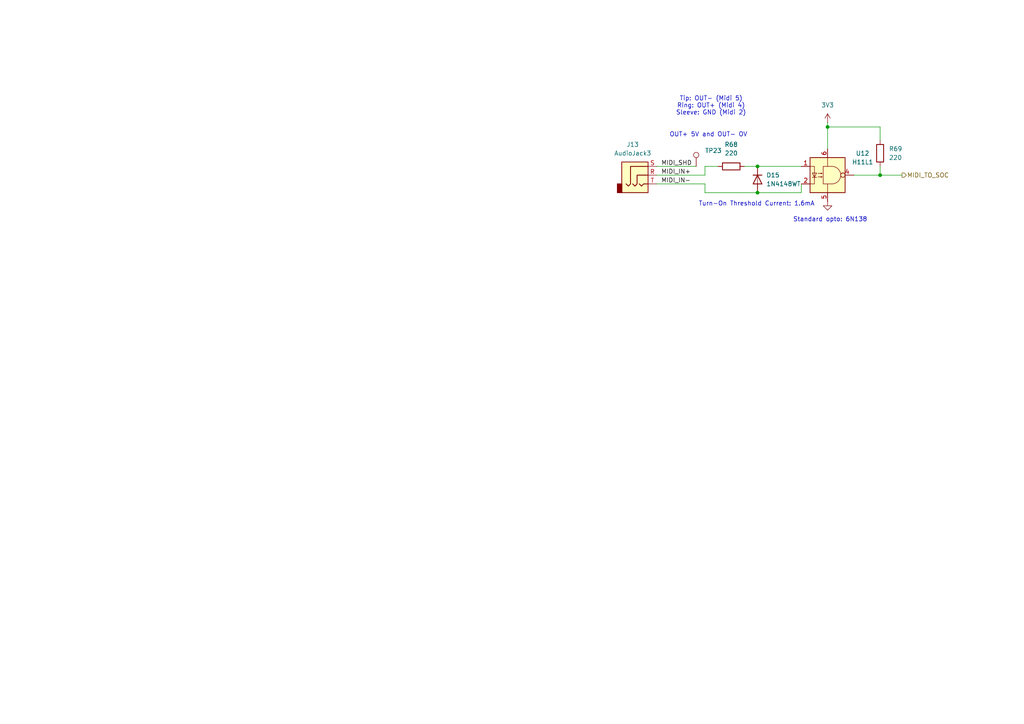
<source format=kicad_sch>
(kicad_sch (version 20231120) (generator "eeschema") (generator_version "8.0")
  (paper "A4")
  (lib_symbols
    (symbol "Connector:TestPoint" (pin_numbers hide) (pin_names (offset 0.762) hide)
      (property "Reference" "TP" (at 0 6.858 0))
      (property "Value" "TestPoint" (at 0 5.08 0))
      (symbol "TestPoint_0_1"
        (circle (center 0 3.302) (radius 0.762))
      )
      (symbol "TestPoint_1_1"
        (pin passive line (at 0 0 90) (length 2.54) (name "1") (number "1"))
      )
    )
    (symbol "Connector_Audio:AudioJack3"
      (property "Reference" "J" (at 0 8.89 0))
      (property "Value" "AudioJack3" (at 0 6.35 0))
      (symbol "AudioJack3_0_1"
        (rectangle (start -5.08 -5.08) (end -6.35 -2.54) (stroke (width 0.254)) (fill (type outline)))
        (polyline (pts (xy 0 -2.54) (xy 0.635 -3.175) (xy 1.27 -2.54) (xy 2.54 -2.54)) (stroke (width 0.254)))
        (polyline (pts (xy -1.905 -2.54) (xy -1.27 -3.175) (xy -0.635 -2.54) (xy -0.635 0) (xy 2.54 0)) (stroke (width 0.254)))
        (polyline (pts (xy 2.54 2.54) (xy -2.54 2.54) (xy -2.54 -2.54) (xy -3.175 -3.175) (xy -3.81 -2.54)) (stroke (width 0.254)))
        (rectangle (start 2.54 3.81) (end -5.08 -5.08) (stroke (width 0.254)) (fill (type background)))
      )
      (symbol "AudioJack3_1_1"
        (pin passive line (at 5.08 0 180) (length 2.54) (name "~") (number "R"))
        (pin passive line (at 5.08 2.54 180) (length 2.54) (name "~") (number "S"))
        (pin passive line (at 5.08 -2.54 180) (length 2.54) (name "~") (number "T"))
      )
    )
    (symbol "Device:R" (pin_numbers hide) (pin_names (offset 0))
      (property "Reference" "R" (at 2.032 0 90))
      (property "Value" "R" (at 0 0 90))
      (symbol "R_0_1"
        (rectangle (start -1.016 -2.54) (end 1.016 2.54) (stroke (width 0.254)))
      )
      (symbol "R_1_1"
        (pin passive line (at 0 3.81 270) (length 1.27) (name "~") (number "1"))
        (pin passive line (at 0 -3.81 90) (length 1.27) (name "~") (number "2"))
      )
    )
    (symbol "Diode:1N4148WT" (pin_numbers hide) (pin_names hide)
      (property "Reference" "D" (at 0 2.54 0))
      (property "Value" "1N4148WT" (at 0 -2.54 0))
      (symbol "1N4148WT_0_1"
        (polyline (pts (xy -1.27 1.27) (xy -1.27 -1.27)) (stroke (width 0.254)))
        (polyline (pts (xy 1.27 0) (xy -1.27 0)))
        (polyline (pts (xy 1.27 1.27) (xy 1.27 -1.27) (xy -1.27 0) (xy 1.27 1.27)) (stroke (width 0.254)))
      )
      (symbol "1N4148WT_1_1"
        (pin passive line (at -3.81 0 0) (length 2.54) (name "K") (number "1"))
        (pin passive line (at 3.81 0 180) (length 2.54) (name "A") (number "2"))
      )
    )
    (symbol "Isolator:H11L1" (pin_names (offset 1.016))
      (property "Reference" "U" (at 1.27 8.89 0))
      (property "Value" "H11L1" (at 1.27 6.35 0))
      (symbol "H11L1_0_1"
        (rectangle (start -5.08 5.08) (end 5.08 -5.08) (stroke (width 0.254)) (fill (type background)))
        (polyline (pts (xy -4.445 -0.635) (xy -3.175 -0.635)))
        (polyline (pts (xy 0 2.54) (xy 0 5.08)))
        (polyline (pts (xy 0 -2.54) (xy 0 -5.08) (xy 0 -3.81)))
        (polyline (pts (xy -5.08 -2.54) (xy -3.81 -2.54) (xy -3.81 2.54) (xy -5.08 2.54)))
        (polyline (pts (xy -3.81 -0.635) (xy -4.445 0.635) (xy -3.175 0.635) (xy -3.81 -0.635)))
        (polyline (pts (xy 1.27 -2.54) (xy -1.27 -2.54) (xy -1.27 2.54) (xy 1.27 2.54)))
        (polyline (pts (xy -2.794 -0.508) (xy -1.524 -0.508) (xy -1.905 -0.635) (xy -1.905 -0.381) (xy -1.524 -0.508)))
        (polyline (pts (xy -2.794 0.508) (xy -1.524 0.508) (xy -1.905 0.381) (xy -1.905 0.635) (xy -1.524 0.508)))
        (arc (start 1.27 -2.54) (mid 3.799 0) (end 1.27 2.54))
      )
      (symbol "H11L1_1_1"
        (pin passive line (at -7.62 2.54 0) (length 2.54) (name "~") (number "1"))
        (pin passive line (at -7.62 -2.54 0) (length 2.54) (name "~") (number "2"))
        (pin no_connect line (at -5.08 0 0) (length 2.54) hide (name "~") (number "3"))
        (pin output inverted (at 7.62 0 180) (length 3.81) (name "~") (number "4"))
        (pin power_in line (at 0 -7.62 90) (length 2.54) (name "~") (number "5"))
        (pin power_in line (at 0 7.62 270) (length 2.54) (name "~") (number "6"))
      )
    )
    (symbol "power:+3V3" (power) (pin_numbers hide) (pin_names (offset 0) hide)
      (property "Value" "+3V3" (at 0 3.556 0))
      (symbol "+3V3_0_1"
        (polyline (pts (xy -0.762 1.27) (xy 0 2.54)))
        (polyline (pts (xy 0 0) (xy 0 2.54)))
        (polyline (pts (xy 0 2.54) (xy 0.762 1.27)))
      )
      (symbol "+3V3_1_1"
        (pin power_in line (at 0 0 90) (length 0) (name "~") (number "1"))
      )
    )
    (symbol "power:GND" (power) (pin_numbers hide) (pin_names (offset 0) hide)
      (property "Value" "GND" (at 0 -3.81 0))
      (symbol "GND_0_1"
        (polyline (pts (xy 0 0) (xy 0 -1.27) (xy 1.27 -1.27) (xy 0 -2.54) (xy -1.27 -1.27) (xy 0 -1.27)))
      )
      (symbol "GND_1_1"
        (pin power_in line (at 0 0 270) (length 0) (name "~") (number "1"))
      )
    )
  )
  (junction (at 219.71 48.26))
  (junction (at 240.03 36.83))
  (junction (at 219.71 55.88))
  (junction (at 255.27 50.8))
  (wire (pts (xy 232.41 53.34) (xy 232.41 55.88)))
  (wire (pts (xy 204.47 50.8) (xy 204.47 48.26)))
  (wire (pts (xy 204.47 55.88) (xy 219.71 55.88)))
  (wire (pts (xy 204.47 53.34) (xy 204.47 55.88)))
  (wire (pts (xy 240.03 36.83) (xy 240.03 43.18)))
  (wire (pts (xy 255.27 50.8) (xy 261.62 50.8)))
  (wire (pts (xy 190.5 53.34) (xy 204.47 53.34)))
  (wire (pts (xy 190.5 48.26) (xy 201.93 48.26)))
  (wire (pts (xy 247.65 50.8) (xy 255.27 50.8)))
  (wire (pts (xy 255.27 48.26) (xy 255.27 50.8)))
  (wire (pts (xy 219.71 55.88) (xy 232.41 55.88)))
  (wire (pts (xy 215.9 48.26) (xy 219.71 48.26)))
  (wire (pts (xy 255.27 40.64) (xy 255.27 36.83)))
  (wire (pts (xy 219.71 48.26) (xy 232.41 48.26)))
  (wire (pts (xy 190.5 50.8) (xy 204.47 50.8)))
  (wire (pts (xy 240.03 35.56) (xy 240.03 36.83)))
  (wire (pts (xy 204.47 48.26) (xy 208.28 48.26)))
  (wire (pts (xy 255.27 36.83) (xy 240.03 36.83)))
  (text "Tip: OUT- (Midi 5)\nRing: OUT+ (Midi 4)\nSleeve: GND (Midi 2)" (at 206.248 30.734 0) (effects (font (size 1.27 1.27))))
  (text "OUT+ 5V and OUT- OV" (at 205.486 39.116 0) (effects (font (size 1.27 1.27))))
  (text "Standard opto: 6N138" (at 240.792 63.754 0) (effects (font (size 1.27 1.27))))
  (text "Turn-On Threshold Current: 1.6mA" (at 219.456 59.182 0) (effects (font (size 1.27 1.27))))
  (label "MIDI_IN-" (at 191.77 53.34 0))
  (label "MIDI_IN+" (at 191.77 50.8 0))
  (label "MIDI_SHD" (at 191.77 48.26 0))
  (hierarchical_label "MIDI_TO_SOC" (shape output) (at 261.62 50.8 0))
  (symbol (lib_id "Isolator:H11L1") (at 240.03 50.8 0) (unit 1) (exclude_from_sim yes)
    (property "Reference" "U12" (at 250.19 44.4814 0))
    (property "Value" "H11L1" (at 250.19 47.0214 0))
    (property "Footprint" "Package_DIP:SMDIP-6_W9.53mm" (effects (hide yes)))
    (property "Datasheet" "https://www.onsemi.com/pub/Collateral/H11L3M-D.PDF" (effects (hide yes)))
    (property "Description" "Schmitt Trigger Output Optocoupler, High Speed, DIP-6, 1.6mA turn on threshold" (effects (hide yes)))
    (property "RefNum" "H11L1S-JSM" (effects (hide yes)))
    (property "LCSC" "C22376095" (effects (hide yes)))
    (property "Manufacturer" "JSMSEMI" (effects (hide yes)))
  )
  (symbol (lib_id "Diode:1N4148WT") (at 219.71 52.07 270) (unit 1)
    (property "Reference" "D15" (at 222.25 50.7999 90) (effects (justify left)))
    (property "Value" "1N4148WT" (at 222.25 53.3399 90) (effects (justify left)))
    (property "Footprint" "Diode_SMD:D_SOD-523" (effects (hide yes)))
    (property "Datasheet" "https://www.diodes.com/assets/Datasheets/ds30396.pdf" (effects (hide yes)))
    (property "Description" "75V 0.15A Fast switching Diode, SOD-523" (effects (hide yes)))
    (property "Sim.Device" "D" (effects (hide yes)))
    (property "Sim.Pins" "1=K 2=A" (effects (hide yes)))
    (property "LCSC" "C970342" (effects (hide yes)))
    (property "Manufacturer" "LGE" (effects (hide yes)))
    (property "RefNum" "1N4148WT" (effects (hide yes)))
  )
  (symbol (lib_id "Connector_Audio:AudioJack3") (at 185.42 50.8 0) (unit 1)
    (property "Reference" "J13" (at 183.515 41.91 0))
    (property "Value" "AudioJack3" (at 183.515 44.45 0))
    (property "Footprint" "asynthosc:Jack_3.5mm_3legs_XKB_PJ-3411_Vertical" (effects (hide yes)))
    (property "Description" "Audio Jack, 3 Poles (Stereo / TRS)" (effects (hide yes)))
    (property "Sim.Device" "V" (effects (hide yes)))
    (property "Sim.Type" "PULSE" (effects (hide yes)))
    (property "Sim.Pins" "R=+ T=-" (effects (hide yes)))
    (property "Sim.Params" "y1=0 y2=5 td=0 tr=0 tf=0 tw=0 per=32u" (effects (hide yes)))
    (property "LCSC" "C381132" (effects (hide yes)))
    (property "Manufacturer" "XKB" (effects (hide yes)))
    (property "RefNum" "PJ-3411 " (effects (hide yes)))
  )
  (symbol (lib_id "Device:R") (at 212.09 48.26 90) (unit 1)
    (property "Reference" "R68" (at 212.09 41.91 90))
    (property "Value" "220" (at 212.09 44.45 90))
    (property "Footprint" "Resistor_SMD:R_0402_1005Metric" (effects (hide yes)))
    (property "Description" "Resistor" (effects (hide yes)))
    (property "RefNum" "_generic_" (effects (hide yes)))
  )
  (symbol (lib_id "Connector:TestPoint") (at 201.93 48.26 0) (unit 1) (exclude_from_sim yes)
    (property "Reference" "TP23" (at 204.47 43.6879 0) (effects (justify left)))
    (property "Value" "TestPoint" (effects (hide yes)))
    (property "Footprint" "TestPoint:TestPoint_Pad_D1.0mm" (effects (hide yes)))
    (property "Description" "test point" (effects (hide yes)))
    (property "RefNum" "_na_" (effects (hide yes)))
  )
  (symbol (lib_id "power:+3V3") (at 240.03 35.56 0) (unit 1)
    (property "Reference" "#PWR0119" (effects (hide yes)))
    (property "Value" "3V3" (at 240.03 30.48 0))
    (property "Description" "Power symbol creates a global label with name \"+3V3\"" (effects (hide yes)))
  )
  (symbol (lib_id "Device:R") (at 255.27 44.45 0) (unit 1)
    (property "Reference" "R69" (at 257.81 43.1799 0) (effects (justify left)))
    (property "Value" "220" (at 257.81 45.7199 0) (effects (justify left)))
    (property "Footprint" "Resistor_SMD:R_0402_1005Metric" (effects (hide yes)))
    (property "Description" "Resistor" (effects (hide yes)))
    (property "RefNum" "_generic_" (effects (hide yes)))
  )
  (symbol (lib_id "power:GND") (at 240.03 58.42 0) (unit 1)
    (property "Reference" "#PWR0120" (effects (hide yes)))
    (property "Value" "GND" (effects (hide yes)))
    (property "Description" "Power symbol creates a global label with name \"GND\" , ground" (effects (hide yes)))
  )
)
</source>
